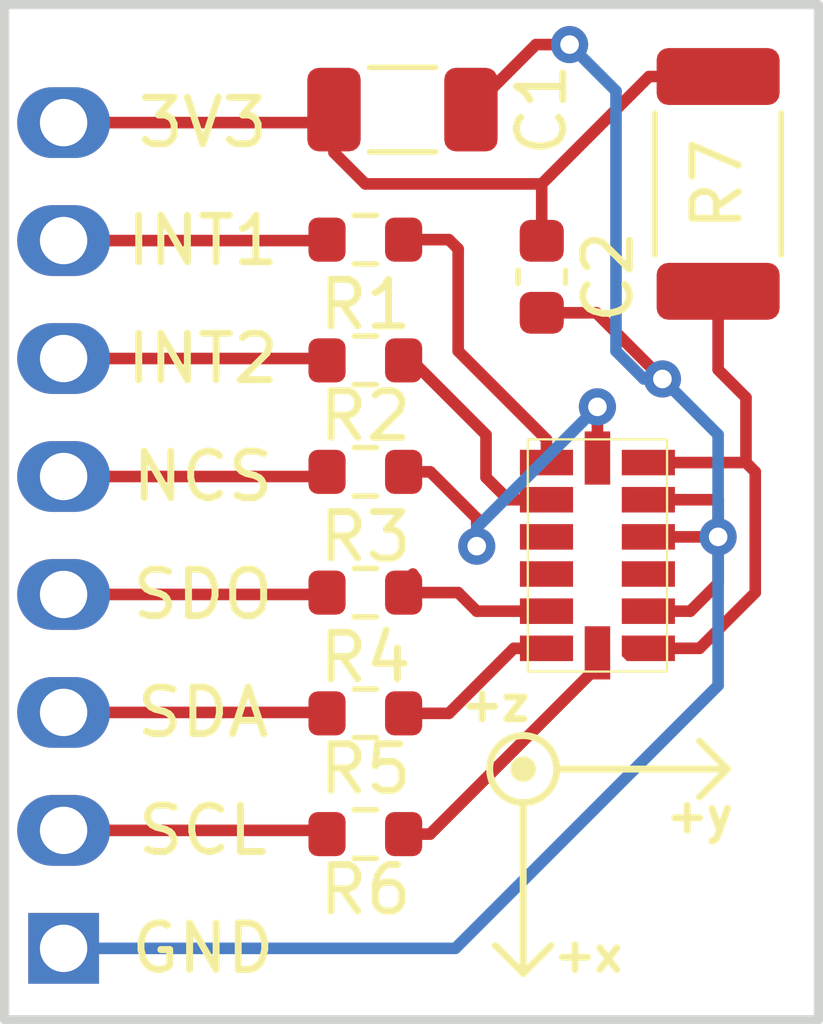
<source format=kicad_pcb>
(kicad_pcb (version 20211014) (generator pcbnew)
  (layers (0 "F.Cu" signal) (31 "B.Cu" signal) (34 "B.Paste" user) (35 "F.Paste" user) (36 "B.SilkS" user "B.Silkscreen") (37 "F.SilkS" user "F.Silkscreen") (38 "B.Mask" user) (39 "F.Mask" user) (44 "Edge.Cuts" user))
  (net 0 "")
  (net 1 "GND")
  (net 2 "/INT1")
  (net 3 "/ACC_INT1")
  (net 4 "/INT2")
  (net 5 "/ACC_INT2")
  (net 6 "/NCS")
  (net 7 "/ACC_NCS")
  (net 8 "/SDO{slash}ALT")
  (net 9 "/ACC_SDO")
  (net 10 "/SDA{slash}SDIO")
  (net 11 "/ACC_SDA")
  (net 12 "/SCL")
  (net 13 "/ACC_SCL")
  (net 14 "Net-(R7-Pad2)")
  (net 18 "+3V3")
  (footprint "Resistor_SMD:R_0603_1608Metric" (layer "F.Cu") (at 95.4 61)
    (fp_text reference "R2" (at 0 1.2) (layer "F.SilkS"))
    (fp_text value "22R" hide)
    (fp_line (start -0.237258 -0.5225) (end 0.237258 -0.5225) (layer "F.SilkS") (width 0.12))
    (fp_line (start -0.237258 0.5225) (end 0.237258 0.5225) (layer "F.SilkS") (width 0.12))
    (pad "1" smd roundrect (at -0.825 0) (size 0.8 0.95) (layers "F.Cu" "F.Paste" "F.Mask") (net 4 "/INT2"))
    (pad "2" smd roundrect (at 0.825 0) (size 0.8 0.95) (layers "F.Cu" "F.Paste" "F.Mask") (net 5 "/ACC_INT2"))
  )
  (footprint "Resistor_SMD:R_0603_1608Metric" (layer "F.Cu") (at 95.4 68.6)
    (fp_text reference "R5" (at 0 1.2) (layer "F.SilkS"))
    (fp_text value "22R" hide)
    (fp_line (start -0.237258 0.5225) (end 0.237258 0.5225) (layer "F.SilkS") (width 0.12))
    (fp_line (start -0.237258 -0.5225) (end 0.237258 -0.5225) (layer "F.SilkS") (width 0.12))
    (pad "1" smd roundrect (at -0.825 0) (size 0.8 0.95) (layers "F.Cu" "F.Paste" "F.Mask") (net 10 "/SDA{slash}SDIO"))
    (pad "2" smd roundrect (at 0.825 0) (size 0.8 0.95) (layers "F.Cu" "F.Paste" "F.Mask") (net 11 "/ACC_SDA"))
  )
  (footprint "UserCustom:ADXL345" (layer "F.Cu") (at 100.4 65.2 180)
    (fp_text reference "U1" hide)
    (fp_text value "ADXL345" hide)
    (fp_rect (start -1.5 -2.5) (end 1.5 2.5) (layer "F.SilkS") (width 0.05) (fill none))
    (pad "1" smd roundrect (at -1.0975 -2 180) (size 1.145 0.55) (layers "F.Cu" "F.Paste" "F.Mask") (roundrect_rratio 0) (chamfer_ratio 0.2) (chamfer top_right) (net 14 "Net-(R7-Pad2)"))
    (pad "2" smd rect (at -1.0975 -1.2 180) (size 1.145 0.55) (layers "F.Cu" "F.Paste" "F.Mask") (net 1 "GND"))
    (pad "3" smd rect (at -1.0975 -0.4 180) (size 1.145 0.55) (layers "F.Cu" "F.Paste" "F.Mask"))
    (pad "4" smd rect (at -1.0975 0.4 180) (size 1.145 0.55) (layers "F.Cu" "F.Paste" "F.Mask") (net 1 "GND"))
    (pad "5" smd rect (at -1.0975 1.2 180) (size 1.145 0.55) (layers "F.Cu" "F.Paste" "F.Mask") (net 1 "GND"))
    (pad "6" smd rect (at -1.0975 2 180) (size 1.145 0.55) (layers "F.Cu" "F.Paste" "F.Mask") (net 14 "Net-(R7-Pad2)"))
    (pad "7" smd rect (at 0 2.0975 180) (size 0.55 1.145) (layers "F.Cu" "F.Paste" "F.Mask") (net 7 "/ACC_NCS"))
    (pad "8" smd rect (at 1.0975 2 180) (size 1.145 0.55) (layers "F.Cu" "F.Paste" "F.Mask") (net 3 "/ACC_INT1"))
    (pad "9" smd rect (at 1.0975 1.2 180) (size 1.145 0.55) (layers "F.Cu" "F.Paste" "F.Mask") (net 5 "/ACC_INT2"))
    (pad "10" smd rect (at 1.0975 0.4 180) (size 1.145 0.55) (layers "F.Cu" "F.Paste" "F.Mask"))
    (pad "11" smd rect (at 1.0975 -0.4 180) (size 1.145 0.55) (layers "F.Cu" "F.Paste" "F.Mask"))
    (pad "12" smd rect (at 1.0975 -1.2 180) (size 1.145 0.55) (layers "F.Cu" "F.Paste" "F.Mask") (net 9 "/ACC_SDO"))
    (pad "13" smd rect (at 1.0975 -2 180) (size 1.145 0.55) (layers "F.Cu" "F.Paste" "F.Mask") (net 11 "/ACC_SDA"))
    (pad "14" smd rect (at 0 -2.0975 180) (size 0.55 1.145) (layers "F.Cu" "F.Paste" "F.Mask") (net 13 "/ACC_SCL"))
  )
  (footprint "Resistor_SMD:R_0603_1608Metric" (layer "F.Cu") (at 95.4 58.4)
    (fp_text reference "R1" (at 0 1.4) (layer "F.SilkS"))
    (fp_text value "22R" hide)
    (fp_line (start -0.237258 0.5225) (end 0.237258 0.5225) (layer "F.SilkS") (width 0.12))
    (fp_line (start -0.237258 -0.5225) (end 0.237258 -0.5225) (layer "F.SilkS") (width 0.12))
    (pad "1" smd roundrect (at -0.825 0) (size 0.8 0.95) (layers "F.Cu" "F.Paste" "F.Mask") (net 2 "/INT1"))
    (pad "2" smd roundrect (at 0.825 0) (size 0.8 0.95) (layers "F.Cu" "F.Paste" "F.Mask") (net 3 "/ACC_INT1"))
  )
  (footprint "UserCustom:8_Pin_Header" (layer "F.Cu") (at 88.9 66.04)
    (fp_text reference "J1" hide)
    (fp_text value "8_Pin_Header" hide)
    (fp_text user "SDA" (at 3 2.54 unlocked) (layer "F.SilkS"))
    (fp_text user "GND" (at 3 7.62 unlocked) (layer "F.SilkS"))
    (fp_text user "3V3" (at 3 -10.16 unlocked) (layer "F.SilkS"))
    (fp_text user "SDO" (at 3 0 unlocked) (layer "F.SilkS"))
    (fp_text user "NCS" (at 3 -2.54 unlocked) (layer "F.SilkS"))
    (fp_text user "INT2" (at 3 -5.08 unlocked) (layer "F.SilkS"))
    (fp_text user "INT1" (at 3 -7.62 unlocked) (layer "F.SilkS"))
    (fp_text user "SCL" (at 3 5.08 unlocked) (layer "F.SilkS"))
    (pad "1" thru_hole oval (at 0 -10.16) (size 2 1.524) (drill 1.02) (layers *.Cu *.Mask) (net 18 "+3V3"))
    (pad "2" thru_hole oval (at 0 -7.62) (size 2 1.524) (drill 1.02) (layers *.Cu *.Mask) (net 2 "/INT1"))
    (pad "3" thru_hole oval (at 0 -5.08) (size 2 1.524) (drill 1.02) (layers *.Cu *.Mask) (net 4 "/INT2"))
    (pad "4" thru_hole oval (at 0 -2.54) (size 2 1.524) (drill 1.02) (layers *.Cu *.Mask) (net 6 "/NCS"))
    (pad "5" thru_hole oval (at 0 0) (size 2 1.524) (drill 1.02) (layers *.Cu *.Mask) (net 8 "/SDO{slash}ALT"))
    (pad "6" thru_hole oval (at 0 2.54) (size 2 1.524) (drill 1.02) (layers *.Cu *.Mask) (net 10 "/SDA{slash}SDIO"))
    (pad "7" thru_hole oval (at 0 5.08) (size 2 1.524) (drill 1.02) (layers *.Cu *.Mask) (net 12 "/SCL"))
    (pad "8" thru_hole rect (at 0 7.62) (size 1.524 1.524) (drill 1.02) (layers *.Cu *.Mask) (net 1 "GND"))
  )
  (footprint "Capacitor_SMD:C_1206_3216Metric" (layer "F.Cu") (at 96.2 55.6)
    (fp_text reference "C1" (at 3 0 90) (layer "F.SilkS"))
    (fp_text value "1u" hide)
    (fp_line (start -0.711252 -0.91) (end 0.711252 -0.91) (layer "F.SilkS") (width 0.12))
    (fp_line (start -0.711252 0.91) (end 0.711252 0.91) (layer "F.SilkS") (width 0.12))
    (pad "1" smd roundrect (at -1.475 0) (size 1.15 1.8) (layers "F.Cu" "F.Paste" "F.Mask") (roundrect_rratio 0.217391) (net 18 "+3V3"))
    (pad "2" smd roundrect (at 1.475 0) (size 1.15 1.8) (layers "F.Cu" "F.Paste" "F.Mask") (roundrect_rratio 0.217391) (net 1 "GND"))
  )
  (footprint "Resistor_SMD:R_0603_1608Metric" (layer "F.Cu") (at 95.4 63.4)
    (fp_text reference "R3" (at 0 1.4) (layer "F.SilkS"))
    (fp_text value "22R" hide)
    (fp_line (start -0.237258 -0.5225) (end 0.237258 -0.5225) (layer "F.SilkS") (width 0.12))
    (fp_line (start -0.237258 0.5225) (end 0.237258 0.5225) (layer "F.SilkS") (width 0.12))
    (pad "1" smd roundrect (at -0.825 0) (size 0.8 0.95) (layers "F.Cu" "F.Paste" "F.Mask") (net 6 "/NCS"))
    (pad "2" smd roundrect (at 0.825 0) (size 0.8 0.95) (layers "F.Cu" "F.Paste" "F.Mask") (net 7 "/ACC_NCS"))
  )
  (footprint "Resistor_SMD:R_0603_1608Metric" (layer "F.Cu") (at 95.4 71.2)
    (fp_text reference "R6" (at 0 1.2) (layer "F.SilkS"))
    (fp_text value "22R" hide)
    (fp_line (start -0.237258 -0.5225) (end 0.237258 -0.5225) (layer "F.SilkS") (width 0.12))
    (fp_line (start -0.237258 0.5225) (end 0.237258 0.5225) (layer "F.SilkS") (width 0.12))
    (pad "1" smd roundrect (at -0.825 0) (size 0.8 0.95) (layers "F.Cu" "F.Paste" "F.Mask") (net 12 "/SCL"))
    (pad "2" smd roundrect (at 0.825 0) (size 0.8 0.95) (layers "F.Cu" "F.Paste" "F.Mask") (net 13 "/ACC_SCL"))
  )
  (footprint "Resistor_SMD:R_0603_1608Metric" (layer "F.Cu") (at 95.4 66)
    (fp_text reference "R4" (at 0 1.4) (layer "F.SilkS"))
    (fp_text value "22R" hide)
    (fp_line (start -0.237258 -0.5225) (end 0.237258 -0.5225) (layer "F.SilkS") (width 0.12))
    (fp_line (start -0.237258 0.5225) (end 0.237258 0.5225) (layer "F.SilkS") (width 0.12))
    (pad "1" smd roundrect (at -0.825 0) (size 0.8 0.95) (layers "F.Cu" "F.Paste" "F.Mask") (net 8 "/SDO{slash}ALT"))
    (pad "2" smd roundrect (at 0.825 0) (size 0.8 0.95) (layers "F.Cu" "F.Paste" "F.Mask") (net 9 "/ACC_SDO"))
  )
  (footprint "Resistor_SMD:R_2010_5025Metric" (layer "F.Cu") (at 103 57.2 -90)
    (fp_text reference "R7" (at 0 0.02 90) (layer "F.SilkS"))
    (fp_text value "100R" hide)
    (fp_line (start -1.527064 1.36) (end 1.527064 1.36) (layer "F.SilkS") (width 0.12))
    (fp_line (start -1.527064 -1.36) (end 1.527064 -1.36) (layer "F.SilkS") (width 0.12))
    (pad "1" smd roundrect (at -2.3125 0 270) (size 1.225 2.65) (layers "F.Cu" "F.Paste" "F.Mask") (roundrect_rratio 0.204082) (net 18 "+3V3"))
    (pad "2" smd roundrect (at 2.3125 0 270) (size 1.225 2.65) (layers "F.Cu" "F.Paste" "F.Mask") (roundrect_rratio 0.204082) (net 14 "Net-(R7-Pad2)"))
  )
  (footprint "Capacitor_SMD:C_0603_1608Metric" (layer "F.Cu") (at 99.2 59.2 -90)
    (fp_text reference "C2" (at 0 -1.43 90) (layer "F.SilkS"))
    (fp_text value "0.1u" hide)
    (fp_line (start -0.14058 -0.51) (end 0.14058 -0.51) (layer "F.SilkS") (width 0.12))
    (fp_line (start -0.14058 0.51) (end 0.14058 0.51) (layer "F.SilkS") (width 0.12))
    (pad "1" smd roundrect (at -0.775 0 270) (size 0.9 0.95) (layers "F.Cu" "F.Paste" "F.Mask") (net 18 "+3V3"))
    (pad "2" smd roundrect (at 0.775 0 270) (size 0.9 0.95) (layers "F.Cu" "F.Paste" "F.Mask") (net 1 "GND"))
  )
  (gr_circle (center 98.8 69.8) (end 99 69.8) (layer "F.SilkS") (width 0.15) (fill solid))
  (gr_line (start 103.2 69.8) (end 102.6 70.4) (layer "F.SilkS") (width 0.15))
  (gr_line (start 103.2 69.8) (end 102.6 69.2) (layer "F.SilkS") (width 0.15))
  (gr_line (start 98.8 74.2) (end 98.2 73.6) (layer "F.SilkS") (width 0.15))
  (gr_circle (center 98.8 69.8) (end 98.4 69.2) (layer "F.SilkS") (width 0.15) (fill none))
  (gr_line (start 98.8 74.2) (end 99.4 73.6) (layer "F.SilkS") (width 0.15))
  (gr_line (start 98.8 70.52111) (end 98.8 74.2) (layer "F.SilkS") (width 0.15))
  (gr_line (start 99.52111 69.8) (end 103.2 69.8) (layer "F.SilkS") (width 0.15))
  (gr_rect (start 87.63 53.34) (end 105.16 75.2) (layer "Edge.Cuts") (width 0.2) (fill none))
  (gr_text "+x" (at 100.2 73.8) (layer "F.SilkS") (effects (font (size 0.7 0.7))))
  (gr_text "+z" (at 98.2 68.4) (layer "F.SilkS") (effects (font (size 0.7 0.7))))
  (gr_text "+y" (at 102.6 70.8) (layer "F.SilkS") (effects (font (size 0.7 0.7))))
  (segment (start 101.4975 66.4) (end 102.4 66.4) (width 0.25) (layer "F.Cu") (net 1))
  (segment (start 97.675 55.6) (end 99.075 54.2) (width 0.25) (layer "F.Cu") (net 1))
  (segment (start 103 64) (end 101.4975 64) (width 0.25) (layer "F.Cu") (net 1))
  (segment (start 100.375 59.975) (end 99.2 59.975) (width 0.25) (layer "F.Cu") (net 1))
  (segment (start 99.075 54.2) (end 99.8 54.2) (width 0.25) (layer "F.Cu") (net 1))
  (segment (start 103 65.8) (end 103 64.8) (width 0.25) (layer "F.Cu") (net 1))
  (segment (start 103 64.8) (end 103 64) (width 0.25) (layer "F.Cu") (net 1))
  (segment (start 101.8 61.4) (end 100.375 59.975) (width 0.25) (layer "F.Cu") (net 1))
  (segment (start 102.4 66.4) (end 103 65.8) (width 0.25) (layer "F.Cu") (net 1))
  (segment (start 101.4975 64.8) (end 103 64.8) (width 0.25) (layer "F.Cu") (net 1))
  (via (at 101.8 61.4) (size 0.8) (drill 0.4) (layers "F.Cu" "B.Cu") (net 1))
  (via (at 99.8 54.2) (size 0.8) (drill 0.4) (layers "F.Cu" "B.Cu") (net 1))
  (via (at 103 64.8) (size 0.8) (drill 0.4) (layers "F.Cu" "B.Cu") (net 1))
  (segment (start 99.8 54.2) (end 100.8 55.2) (width 0.25) (layer "B.Cu") (net 1))
  (segment (start 100.8 60.8) (end 101.4 61.4) (width 0.25) (layer "B.Cu") (net 1))
  (segment (start 103 62.6) (end 103 64.8) (width 0.25) (layer "B.Cu") (net 1))
  (segment (start 97.34 73.66) (end 103 68) (width 0.25) (layer "B.Cu") (net 1))
  (segment (start 100.8 55.2) (end 100.8 60.8) (width 0.25) (layer "B.Cu") (net 1))
  (segment (start 101.4 61.4) (end 101.8 61.4) (width 0.25) (layer "B.Cu") (net 1))
  (segment (start 101.8 61.4) (end 103 62.6) (width 0.25) (layer "B.Cu") (net 1))
  (segment (start 88.9 73.66) (end 97.34 73.66) (width 0.25) (layer "B.Cu") (net 1))
  (segment (start 103 68) (end 103 64.8) (width 0.25) (layer "B.Cu") (net 1))
  (segment (start 94.555 58.42) (end 88.9 58.42) (width 0.25) (layer "F.Cu") (net 2))
  (segment (start 94.575 58.4) (end 94.555 58.42) (width 0.25) (layer "F.Cu") (net 2))
  (segment (start 97.4 58.6) (end 97.2 58.4) (width 0.25) (layer "F.Cu") (net 3))
  (segment (start 97.4 60.8) (end 97.4 58.6) (width 0.25) (layer "F.Cu") (net 3))
  (segment (start 99.3025 63.2) (end 99.3025 62.7025) (width 0.25) (layer "F.Cu") (net 3))
  (segment (start 97.2 58.4) (end 96.225 58.4) (width 0.25) (layer "F.Cu") (net 3))
  (segment (start 99.3025 62.7025) (end 97.4 60.8) (width 0.25) (layer "F.Cu") (net 3))
  (segment (start 94.535 60.96) (end 88.9 60.96) (width 0.25) (layer "F.Cu") (net 4))
  (segment (start 94.575 61) (end 94.535 60.96) (width 0.25) (layer "F.Cu") (net 4))
  (segment (start 98.48 64) (end 98 63.52) (width 0.25) (layer "F.Cu") (net 5))
  (segment (start 98 62.6) (end 96.4 61) (width 0.25) (layer "F.Cu") (net 5))
  (segment (start 96.4 61) (end 96.225 61) (width 0.25) (layer "F.Cu") (net 5))
  (segment (start 99.3025 64) (end 98.48 64) (width 0.25) (layer "F.Cu") (net 5))
  (segment (start 98 63.52) (end 98 62.6) (width 0.25) (layer "F.Cu") (net 5))
  (segment (start 94.575 63.4) (end 94.475 63.5) (width 0.25) (layer "F.Cu") (net 6))
  (segment (start 94.475 63.5) (end 88.9 63.5) (width 0.25) (layer "F.Cu") (net 6))
  (segment (start 96.225 63.4) (end 96.8 63.4) (width 0.25) (layer "F.Cu") (net 7))
  (segment (start 100.4 62) (end 100.4 63.1025) (width 0.25) (layer "F.Cu") (net 7))
  (segment (start 97.8 64.4) (end 97.8 65) (width 0.25) (layer "F.Cu") (net 7))
  (segment (start 96.8 63.4) (end 97.8 64.4) (width 0.25) (layer "F.Cu") (net 7))
  (via (at 97.8 65) (size 0.8) (drill 0.4) (layers "F.Cu" "B.Cu") (net 7))
  (via (at 100.4 62) (size 0.8) (drill 0.4) (layers "F.Cu" "B.Cu") (net 7))
  (segment (start 97.8 64.6) (end 100.4 62) (width 0.25) (layer "B.Cu") (net 7))
  (segment (start 97.8 65) (end 97.8 64.6) (width 0.25) (layer "B.Cu") (net 7))
  (segment (start 94.575 65.8) (end 94.335 66.04) (width 0.25) (layer "F.Cu") (net 8))
  (segment (start 94.335 66.04) (end 88.9 66.04) (width 0.25) (layer "F.Cu") (net 8))
  (segment (start 96.225 65.8) (end 96.425 65.6) (width 0.25) (layer "F.Cu") (net 9))
  (segment (start 97.4 66) (end 97.8 66.4) (width 0.25) (layer "F.Cu") (net 9))
  (segment (start 97.8 66.4) (end 99.3025 66.4) (width 0.25) (layer "F.Cu") (net 9))
  (segment (start 96.225 66) (end 97.4 66) (width 0.25) (layer "F.Cu") (net 9))
  (segment (start 94.555 68.58) (end 88.9 68.58) (width 0.25) (layer "F.Cu") (net 10))
  (segment (start 94.575 68.6) (end 94.555 68.58) (width 0.25) (layer "F.Cu") (net 10))
  (segment (start 98.6 67.2) (end 99.3025 67.2) (width 0.25) (layer "F.Cu") (net 11))
  (segment (start 97.2 68.6) (end 98.6 67.2) (width 0.25) (layer "F.Cu") (net 11))
  (segment (start 96.225 68.6) (end 97.2 68.6) (width 0.25) (layer "F.Cu") (net 11))
  (segment (start 94.455 71.12) (end 88.9 71.12) (width 0.25) (layer "F.Cu") (net 12))
  (segment (start 94.575 71) (end 94.455 71.12) (width 0.25) (layer "F.Cu") (net 12))
  (segment (start 100.4 67.595) (end 100.4 67.2975) (width 0.25) (layer "F.Cu") (net 13))
  (segment (start 96.795 71.2) (end 100.4 67.595) (width 0.25) (layer "F.Cu") (net 13))
  (segment (start 96.225 71.2) (end 96.795 71.2) (width 0.25) (layer "F.Cu") (net 13))
  (segment (start 102.6 67.2) (end 103.8 66) (width 0.25) (layer "F.Cu") (net 14))
  (segment (start 103.8 66) (end 103.8 63.4) (width 0.25) (layer "F.Cu") (net 14))
  (segment (start 103 61.2) (end 103 59.5125) (width 0.25) (layer "F.Cu") (net 14))
  (segment (start 101.4975 67.2) (end 102.6 67.2) (width 0.25) (layer "F.Cu") (net 14))
  (segment (start 103.6 61.8) (end 103 61.2) (width 0.25) (layer "F.Cu") (net 14))
  (segment (start 103.8 63.4) (end 103.6 63.2) (width 0.25) (layer "F.Cu") (net 14))
  (segment (start 103.6 63.2) (end 101.4975 63.2) (width 0.25) (layer "F.Cu") (net 14))
  (segment (start 103.6 63.2) (end 103.6 61.8) (width 0.25) (layer "F.Cu") (net 14))
  (segment (start 94.445 55.88) (end 94.725 55.6) (width 0.25) (layer "F.Cu") (net 18))
  (segment (start 101.5125 54.8875) (end 103 54.8875) (width 0.25) (layer "F.Cu") (net 18))
  (segment (start 88.9 55.88) (end 94.445 55.88) (width 0.25) (layer "F.Cu") (net 18))
  (segment (start 94.725 55.6) (end 94.725 56.525) (width 0.25) (layer "F.Cu") (net 18))
  (segment (start 94.725 56.525) (end 95.4 57.2) (width 0.25) (layer "F.Cu") (net 18))
  (segment (start 99.2 57.2) (end 101.5125 54.8875) (width 0.25) (layer "F.Cu") (net 18))
  (segment (start 99.2 57.2) (end 99.2 58.425) (width 0.25) (layer "F.Cu") (net 18))
  (segment (start 95.4 57.2) (end 99.2 57.2) (width 0.25) (layer "F.Cu") (net 18))
)
</source>
